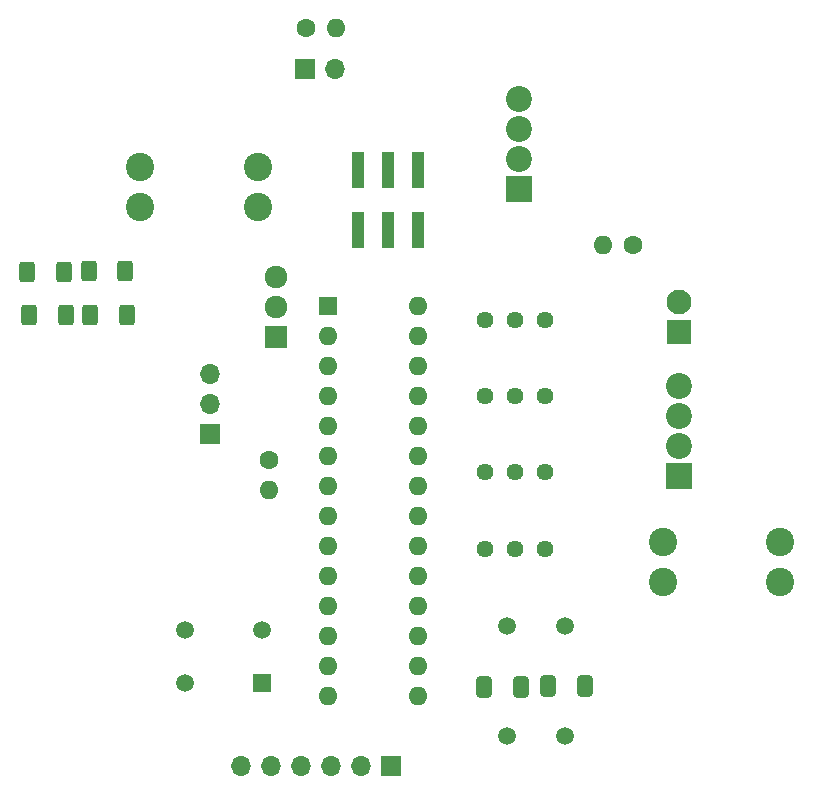
<source format=gbr>
%TF.GenerationSoftware,KiCad,Pcbnew,8.0.1-rc1*%
%TF.CreationDate,2024-08-05T15:18:58-07:00*%
%TF.ProjectId,AMS - CANBus Sensor - Voltage,414d5320-2d20-4434-914e-427573205365,rev?*%
%TF.SameCoordinates,Original*%
%TF.FileFunction,Soldermask,Top*%
%TF.FilePolarity,Negative*%
%FSLAX46Y46*%
G04 Gerber Fmt 4.6, Leading zero omitted, Abs format (unit mm)*
G04 Created by KiCad (PCBNEW 8.0.1-rc1) date 2024-08-05 15:18:58*
%MOMM*%
%LPD*%
G01*
G04 APERTURE LIST*
G04 Aperture macros list*
%AMRoundRect*
0 Rectangle with rounded corners*
0 $1 Rounding radius*
0 $2 $3 $4 $5 $6 $7 $8 $9 X,Y pos of 4 corners*
0 Add a 4 corners polygon primitive as box body*
4,1,4,$2,$3,$4,$5,$6,$7,$8,$9,$2,$3,0*
0 Add four circle primitives for the rounded corners*
1,1,$1+$1,$2,$3*
1,1,$1+$1,$4,$5*
1,1,$1+$1,$6,$7*
1,1,$1+$1,$8,$9*
0 Add four rect primitives between the rounded corners*
20,1,$1+$1,$2,$3,$4,$5,0*
20,1,$1+$1,$4,$5,$6,$7,0*
20,1,$1+$1,$6,$7,$8,$9,0*
20,1,$1+$1,$8,$9,$2,$3,0*%
G04 Aperture macros list end*
%ADD10RoundRect,0.250000X-0.400000X-0.625000X0.400000X-0.625000X0.400000X0.625000X-0.400000X0.625000X0*%
%ADD11RoundRect,0.250000X-0.412500X-0.650000X0.412500X-0.650000X0.412500X0.650000X-0.412500X0.650000X0*%
%ADD12C,1.440000*%
%ADD13R,2.100000X2.100000*%
%ADD14C,2.100000*%
%ADD15C,1.600000*%
%ADD16O,1.600000X1.600000*%
%ADD17R,2.200000X2.200000*%
%ADD18C,2.200000*%
%ADD19RoundRect,0.250000X0.400000X0.625000X-0.400000X0.625000X-0.400000X-0.625000X0.400000X-0.625000X0*%
%ADD20R,1.700000X1.700000*%
%ADD21O,1.700000X1.700000*%
%ADD22C,2.400000*%
%ADD23R,1.000000X3.150000*%
%ADD24R,1.600000X1.600000*%
%ADD25R,1.920000X1.920000*%
%ADD26C,1.920000*%
%ADD27C,1.500000*%
%ADD28R,1.500000X1.500000*%
%ADD29RoundRect,0.250000X0.412500X0.650000X-0.412500X0.650000X-0.412500X-0.650000X0.412500X-0.650000X0*%
G04 APERTURE END LIST*
D10*
%TO.C,R10*%
X120710400Y-78872500D03*
X123810400Y-78872500D03*
%TD*%
D11*
%TO.C,C3*%
X154187000Y-114014800D03*
X157312000Y-114014800D03*
%TD*%
D12*
%TO.C,RV2*%
X154274400Y-95885200D03*
X156814400Y-95885200D03*
X159354400Y-95885200D03*
%TD*%
D13*
%TO.C,J6*%
X170718000Y-84022300D03*
D14*
X170718000Y-81482300D03*
%TD*%
D12*
%TO.C,RV3*%
X154274400Y-89435200D03*
X156814400Y-89435200D03*
X159354400Y-89435200D03*
%TD*%
D15*
%TO.C,R7*%
X139116100Y-58260700D03*
D16*
X141656100Y-58260700D03*
%TD*%
D17*
%TO.C,J1*%
X157148000Y-71872800D03*
D18*
X157148000Y-69332800D03*
X157148000Y-66792800D03*
X157148000Y-64252800D03*
%TD*%
D19*
%TO.C,R13*%
X118580700Y-78928700D03*
X115480700Y-78928700D03*
%TD*%
D15*
%TO.C,NTC1*%
X135965600Y-94809500D03*
D16*
X135965600Y-97349500D03*
%TD*%
D20*
%TO.C,J3*%
X146254600Y-120744200D03*
D21*
X143714600Y-120744200D03*
X141174600Y-120744200D03*
X138634600Y-120744200D03*
X136094600Y-120744200D03*
X133554600Y-120744200D03*
%TD*%
D12*
%TO.C,RV1*%
X154274400Y-102335200D03*
X156814400Y-102335200D03*
X159354400Y-102335200D03*
%TD*%
D22*
%TO.C,U5*%
X134999500Y-70018000D03*
X134999500Y-73418000D03*
X125079500Y-70018000D03*
X125079500Y-73418000D03*
%TD*%
D15*
%TO.C,R6*%
X166799100Y-76611000D03*
D16*
X164259100Y-76611000D03*
%TD*%
D19*
%TO.C,R12*%
X118744200Y-82579600D03*
X115644200Y-82579600D03*
%TD*%
D10*
%TO.C,R11*%
X120808500Y-82593100D03*
X123908500Y-82593100D03*
%TD*%
D20*
%TO.C,Powerboard1*%
X130976300Y-92602600D03*
D21*
X130976300Y-90062600D03*
X130976300Y-87522600D03*
%TD*%
D23*
%TO.C,J4*%
X148585100Y-70282000D03*
X148585100Y-75332000D03*
X146045100Y-70282000D03*
X146045100Y-75332000D03*
X143505100Y-70282000D03*
X143505100Y-75332000D03*
%TD*%
D24*
%TO.C,U2*%
X140929500Y-81761800D03*
D16*
X140929500Y-84301800D03*
X140929500Y-86841800D03*
X140929500Y-89381800D03*
X140929500Y-91921800D03*
X140929500Y-94461800D03*
X140929500Y-97001800D03*
X140929500Y-99541800D03*
X140929500Y-102081800D03*
X140929500Y-104621800D03*
X140929500Y-107161800D03*
X140929500Y-109701800D03*
X140929500Y-112241800D03*
X140929500Y-114781800D03*
X148549500Y-114781800D03*
X148549500Y-112241800D03*
X148549500Y-109701800D03*
X148549500Y-107161800D03*
X148549500Y-104621800D03*
X148549500Y-102081800D03*
X148549500Y-99541800D03*
X148549500Y-97001800D03*
X148549500Y-94461800D03*
X148549500Y-91921800D03*
X148549500Y-89381800D03*
X148549500Y-86841800D03*
X148549500Y-84301800D03*
X148549500Y-81761800D03*
%TD*%
D20*
%TO.C,J5*%
X139049600Y-61738500D03*
D21*
X141589600Y-61738500D03*
%TD*%
D25*
%TO.C,Q1*%
X136586000Y-84423600D03*
D26*
X136586000Y-81883600D03*
X136586000Y-79343600D03*
%TD*%
D17*
%TO.C,J2*%
X170699000Y-96212100D03*
D18*
X170699000Y-93672100D03*
X170699000Y-91132100D03*
X170699000Y-88592100D03*
%TD*%
D12*
%TO.C,RV4*%
X154274400Y-82985200D03*
X156814400Y-82985200D03*
X159354400Y-82985200D03*
%TD*%
D27*
%TO.C,Y2*%
X156129700Y-108923600D03*
X161009700Y-108923600D03*
%TD*%
D28*
%TO.C,Reset1*%
X135385300Y-113752500D03*
D27*
X128885300Y-113752500D03*
X135385300Y-109252500D03*
X128885300Y-109252500D03*
%TD*%
D29*
%TO.C,C5*%
X162712000Y-114002500D03*
X159587000Y-114002500D03*
%TD*%
D27*
%TO.C,Y1*%
X156104800Y-118178000D03*
X160984800Y-118178000D03*
%TD*%
D22*
%TO.C,U1*%
X179270500Y-101766200D03*
X179270500Y-105166200D03*
X169350500Y-101766200D03*
X169350500Y-105166200D03*
%TD*%
M02*

</source>
